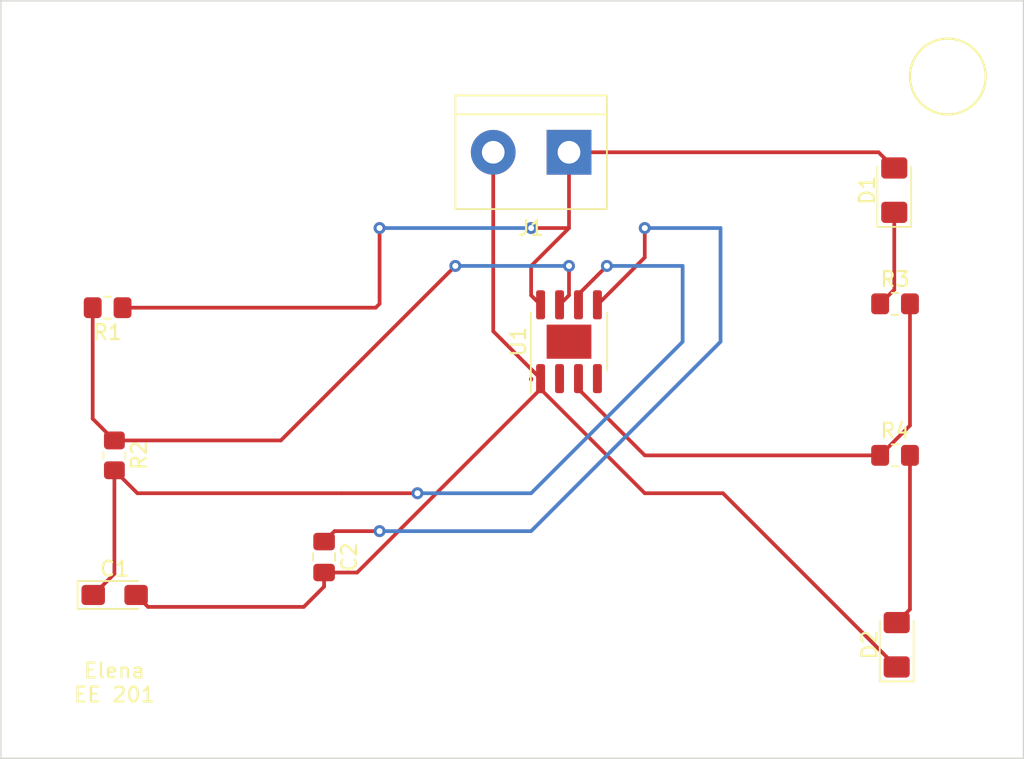
<source format=kicad_pcb>
(kicad_pcb (version 20211014) (generator pcbnew)
  (layers (0 "F.Cu" signal) (31 "B.Cu" signal) (34 "B.Paste" user) (35 "F.Paste" user) (36 "B.SilkS" user "B.Silkscreen") (37 "F.SilkS" user "F.Silkscreen") (38 "B.Mask" user) (39 "F.Mask" user) (44 "Edge.Cuts" user))
  (net 0 "")
  (net 1 "/pin_2")
  (net 2 "GND")
  (net 3 "Net-(C2-Pad1)")
  (net 4 "Net-(D1-Pad1)")
  (net 5 "+9V")
  (net 6 "Net-(D2-Pad2)")
  (net 7 "Net-(R1-Pad2)")
  (net 8 "/pin_3")
  (footprint "Resistor_SMD:R_0805_2012Metric_Pad1.20x1.40mm_HandSolder" (layer "F.Cu") (at 324.12 -132.08)
    (fp_text reference "R3" (at 0 -1.65) (layer "F.SilkS"))
    (fp_text value "1k")
    (fp_line (start -0.227064 0.735) (end 0.227064 0.735) (layer "F.SilkS") (width 0.12))
    (fp_line (start -0.227064 -0.735) (end 0.227064 -0.735) (layer "F.SilkS") (width 0.12))
    (pad "1" smd roundrect (at -1 0) (size 1.2 1.4) (layers "F.Cu" "F.Paste" "F.Mask") (roundrect_rratio 0.208333) (net 4 "Net-(D1-Pad1)"))
    (pad "2" smd roundrect (at 1 0) (size 1.2 1.4) (layers "F.Cu" "F.Paste" "F.Mask") (roundrect_rratio 0.208333) (net 8 "/pin_3"))
  )
  (footprint "Capacitor_Tantalum_SMD:CP_EIA-3216-18_Kemet-A_Pad1.58x1.35mm_HandSolder" (layer "F.Cu") (at 271.7975 -112.56)
    (fp_text reference "C1" (at 0 -1.75) (layer "F.SilkS"))
    (fp_text value "10μF")
    (fp_line (start -2.485 -0.935) (end -2.485 0.935) (layer "F.SilkS") (width 0.12))
    (fp_line (start 1.6 -0.935) (end -2.485 -0.935) (layer "F.SilkS") (width 0.12))
    (fp_line (start -2.485 0.935) (end 1.6 0.935) (layer "F.SilkS") (width 0.12))
    (pad "1" smd roundrect (at -1.4375 0) (size 1.575 1.35) (layers "F.Cu" "F.Paste" "F.Mask") (roundrect_rratio 0.185185) (net 1 "/pin_2"))
    (pad "2" smd roundrect (at 1.4375 0) (size 1.575 1.35) (layers "F.Cu" "F.Paste" "F.Mask") (roundrect_rratio 0.185185) (net 2 "GND"))
  )
  (footprint "TerminalBlock:TerminalBlock_bornier-2_P5.08mm" (layer "F.Cu") (at 302.26 -142.24 180)
    (fp_text reference "J1" (at 2.54 -5.08) (layer "F.SilkS"))
    (fp_text value "Conn_01x02_Male")
    (fp_line (start 7.62 3.81) (end 7.62 -3.81) (layer "F.SilkS") (width 0.12))
    (fp_line (start 7.62 -3.81) (end -2.54 -3.81) (layer "F.SilkS") (width 0.12))
    (fp_line (start 7.62 2.54) (end -2.54 2.54) (layer "F.SilkS") (width 0.12))
    (fp_line (start -2.54 3.81) (end 7.62 3.81) (layer "F.SilkS") (width 0.12))
    (fp_line (start -2.54 -3.81) (end -2.54 3.81) (layer "F.SilkS") (width 0.12))
    (pad "1" thru_hole rect (at 0 0 180) (size 3 3) (drill 1.52) (layers *.Cu *.Mask) (net 5 "+9V"))
    (pad "2" thru_hole circle (at 5.08 0 180) (size 3 3) (drill 1.52) (layers *.Cu *.Mask) (net 2 "GND"))
  )
  (footprint "Resistor_SMD:R_0805_2012Metric_Pad1.20x1.40mm_HandSolder" (layer "F.Cu") (at 271.325872 -131.82 180)
    (fp_text reference "R1" (at 0 -1.65) (layer "F.SilkS"))
    (fp_text value "1k")
    (fp_line (start -0.227064 -0.735) (end 0.227064 -0.735) (layer "F.SilkS") (width 0.12))
    (fp_line (start -0.227064 0.735) (end 0.227064 0.735) (layer "F.SilkS") (width 0.12))
    (pad "1" smd roundrect (at -1 0 180) (size 1.2 1.4) (layers "F.Cu" "F.Paste" "F.Mask") (roundrect_rratio 0.208333) (net 5 "+9V"))
    (pad "2" smd roundrect (at 1 0 180) (size 1.2 1.4) (layers "F.Cu" "F.Paste" "F.Mask") (roundrect_rratio 0.208333) (net 7 "Net-(R1-Pad2)"))
  )
  (footprint "LED_SMD:LED_1206_3216Metric_Pad1.42x1.75mm_HandSolder" (layer "F.Cu") (at 324.0675 -139.7 90)
    (fp_text reference "D1" (at 0 -1.82 90) (layer "F.SilkS"))
    (fp_text value "LED")
    (fp_line (start -2.46 1.135) (end 1.6 1.135) (layer "F.SilkS") (width 0.12))
    (fp_line (start 1.6 -1.135) (end -2.46 -1.135) (layer "F.SilkS") (width 0.12))
    (fp_line (start -2.46 -1.135) (end -2.46 1.135) (layer "F.SilkS") (width 0.12))
    (pad "1" smd roundrect (at -1.4875 0 90) (size 1.425 1.75) (layers "F.Cu" "F.Paste" "F.Mask") (roundrect_rratio 0.175439) (net 4 "Net-(D1-Pad1)"))
    (pad "2" smd roundrect (at 1.4875 0 90) (size 1.425 1.75) (layers "F.Cu" "F.Paste" "F.Mask") (roundrect_rratio 0.175439) (net 5 "+9V"))
  )
  (footprint "Resistor_SMD:R_0805_2012Metric_Pad1.20x1.40mm_HandSolder" (layer "F.Cu") (at 271.78 -121.92 -90)
    (fp_text reference "R2" (at 0 -1.65 90) (layer "F.SilkS"))
    (fp_text value "10k")
    (fp_line (start -0.227064 0.735) (end 0.227064 0.735) (layer "F.SilkS") (width 0.12))
    (fp_line (start -0.227064 -0.735) (end 0.227064 -0.735) (layer "F.SilkS") (width 0.12))
    (pad "1" smd roundrect (at -1 0 270) (size 1.2 1.4) (layers "F.Cu" "F.Paste" "F.Mask") (roundrect_rratio 0.208333) (net 7 "Net-(R1-Pad2)"))
    (pad "2" smd roundrect (at 1 0 270) (size 1.2 1.4) (layers "F.Cu" "F.Paste" "F.Mask") (roundrect_rratio 0.208333) (net 1 "/pin_2"))
  )
  (footprint "Capacitor_SMD:C_0805_2012Metric_Pad1.18x1.45mm_HandSolder" (layer "F.Cu") (at 285.84 -115.101252 -90)
    (fp_text reference "C2" (at 0 -1.68 90) (layer "F.SilkS"))
    (fp_text value "0.01μF")
    (fp_line (start -0.261252 0.735) (end 0.261252 0.735) (layer "F.SilkS") (width 0.12))
    (fp_line (start -0.261252 -0.735) (end 0.261252 -0.735) (layer "F.SilkS") (width 0.12))
    (pad "1" smd roundrect (at -1.0375 0 270) (size 1.175 1.45) (layers "F.Cu" "F.Paste" "F.Mask") (roundrect_rratio 0.212766) (net 3 "Net-(C2-Pad1)"))
    (pad "2" smd roundrect (at 1.0375 0 270) (size 1.175 1.45) (layers "F.Cu" "F.Paste" "F.Mask") (roundrect_rratio 0.212766) (net 2 "GND"))
  )
  (footprint "Resistor_SMD:R_0805_2012Metric_Pad1.20x1.40mm_HandSolder" (layer "F.Cu") (at 324.12 -121.92)
    (fp_text reference "R4" (at 0 -1.65) (layer "F.SilkS"))
    (fp_text value "1k")
    (fp_line (start -0.227064 -0.735) (end 0.227064 -0.735) (layer "F.SilkS") (width 0.12))
    (fp_line (start -0.227064 0.735) (end 0.227064 0.735) (layer "F.SilkS") (width 0.12))
    (pad "1" smd roundrect (at -1 0) (size 1.2 1.4) (layers "F.Cu" "F.Paste" "F.Mask") (roundrect_rratio 0.208333) (net 8 "/pin_3"))
    (pad "2" smd roundrect (at 1 0) (size 1.2 1.4) (layers "F.Cu" "F.Paste" "F.Mask") (roundrect_rratio 0.208333) (net 6 "Net-(D2-Pad2)"))
  )
  (footprint "Package_SO:SOIC-8-1EP_3.9x4.9mm_P1.27mm_EP2.29x3mm" (layer "F.Cu") (at 302.26 -129.54 90)
    (fp_text reference "U1" (at 0 -3.4 90) (layer "F.SilkS"))
    (fp_text value "NE555D")
    (fp_line (start 0 2.56) (end -1.95 2.56) (layer "F.SilkS") (width 0.12))
    (fp_line (start 0 2.56) (end 1.95 2.56) (layer "F.SilkS") (width 0.12))
    (fp_line (start 0 -2.56) (end -3.45 -2.56) (layer "F.SilkS") (width 0.12))
    (fp_line (start 0 -2.56) (end 1.95 -2.56) (layer "F.SilkS") (width 0.12))
    (pad "1" smd roundrect (at -2.475 -1.905 90) (size 1.95 0.6) (layers "F.Cu" "F.Paste" "F.Mask") (net 2 "GND"))
    (pad "2" smd roundrect (at -2.475 -0.635 90) (size 1.95 0.6) (layers "F.Cu" "F.Paste" "F.Mask") (net 1 "/pin_2"))
    (pad "3" smd roundrect (at -2.475 0.635 90) (size 1.95 0.6) (layers "F.Cu" "F.Paste" "F.Mask") (net 8 "/pin_3"))
    (pad "4" smd roundrect (at -2.475 1.905 90) (size 1.95 0.6) (layers "F.Cu" "F.Paste" "F.Mask") (net 5 "+9V"))
    (pad "5" smd roundrect (at 2.475 1.905 90) (size 1.95 0.6) (layers "F.Cu" "F.Paste" "F.Mask") (net 3 "Net-(C2-Pad1)"))
    (pad "6" smd roundrect (at 2.475 0.635 90) (size 1.95 0.6) (layers "F.Cu" "F.Paste" "F.Mask") (net 1 "/pin_2"))
    (pad "7" smd roundrect (at 2.475 -0.635 90) (size 1.95 0.6) (layers "F.Cu" "F.Paste" "F.Mask") (net 7 "Net-(R1-Pad2)"))
    (pad "8" smd roundrect (at 2.475 -1.905 90) (size 1.95 0.6) (layers "F.Cu" "F.Paste" "F.Mask") (net 5 "+9V"))
    (pad "9" smd rect (at 0 0 90) (size 2.29 3) (layers "F.Cu" "F.Mask"))
  )
  (footprint "LED_SMD:LED_1206_3216Metric_Pad1.42x1.75mm_HandSolder" (layer "F.Cu") (at 324.23 -109.22 90)
    (fp_text reference "D2" (at 0 -1.82 90) (layer "F.SilkS"))
    (fp_text value "LED")
    (fp_line (start -2.46 1.135) (end 1.6 1.135) (layer "F.SilkS") (width 0.12))
    (fp_line (start -2.46 -1.135) (end -2.46 1.135) (layer "F.SilkS") (width 0.12))
    (fp_line (start 1.6 -1.135) (end -2.46 -1.135) (layer "F.SilkS") (width 0.12))
    (pad "1" smd roundrect (at -1.4875 0 90) (size 1.425 1.75) (layers "F.Cu" "F.Paste" "F.Mask") (roundrect_rratio 0.175439) (net 2 "GND"))
    (pad "2" smd roundrect (at 1.4875 0 90) (size 1.425 1.75) (layers "F.Cu" "F.Paste" "F.Mask") (roundrect_rratio 0.175439) (net 6 "Net-(D2-Pad2)"))
  )
  (gr_circle (center 327.66 -147.32) (end 330.2 -147.32) (layer "F.SilkS") (width 0.15) (fill none))
  (gr_rect (start 264.16 -152.4) (end 332.74 -101.6) (layer "Edge.Cuts") (width 0.1) (fill none))
  (gr_text "Elena\nEE 201" (at 271.78 -106.68) (layer "F.SilkS") (effects (font (size 1 1))))
  (segment (start 271.78 -113.98) (end 270.36 -112.56) (width 0.25) (layer "F.Cu") (net 1))
  (segment (start 304.8 -134.62) (end 302.895 -132.715) (width 0.25) (layer "F.Cu") (net 1))
  (segment (start 299.718604 -127.065) (end 299.73 -127.053604) (width 0.25) (layer "F.Cu") (net 1))
  (segment (start 299.73 -127.01) (end 299.73 -127.053604) (width 0.25) (layer "F.Cu") (net 1))
  (segment (start 273.32 -119.38) (end 287.02 -119.38) (width 0.25) (layer "F.Cu") (net 1))
  (segment (start 271.78 -120.92) (end 271.78 -113.98) (width 0.25) (layer "F.Cu") (net 1))
  (segment (start 299.718604 -127.001396) (end 299.72 -127) (width 0.25) (layer "F.Cu") (net 1))
  (segment (start 302.895 -132.715) (end 302.895 -132.015) (width 0.25) (layer "F.Cu") (net 1))
  (segment (start 299.718604 -127.065) (end 299.718604 -127.001396) (width 0.25) (layer "F.Cu") (net 1))
  (segment (start 287.02 -119.38) (end 292.1 -119.38) (width 0.25) (layer "F.Cu") (net 1))
  (segment (start 271.78 -120.92) (end 273.32 -119.38) (width 0.25) (layer "F.Cu") (net 1))
  (segment (start 299.72 -127) (end 299.73 -127.01) (width 0.25) (layer "F.Cu") (net 1))
  (via (at 304.8 -134.62) (size 0.8) (drill 0.4) (layers "F.Cu" "B.Cu") (net 1))
  (via (at 292.1 -119.38) (size 0.8) (drill 0.4) (layers "F.Cu" "B.Cu") (net 1))
  (segment (start 299.72 -119.38) (end 309.88 -129.54) (width 0.25) (layer "B.Cu") (net 1))
  (segment (start 309.88 -134.62) (end 304.8 -134.62) (width 0.25) (layer "B.Cu") (net 1))
  (segment (start 292.1 -119.38) (end 299.72 -119.38) (width 0.25) (layer "B.Cu") (net 1))
  (segment (start 309.88 -129.54) (end 309.88 -134.62) (width 0.25) (layer "B.Cu") (net 1))
  (segment (start 307.34 -119.38) (end 300.355 -126.365) (width 0.25) (layer "F.Cu") (net 2))
  (segment (start 312.5825 -119.38) (end 307.34 -119.38) (width 0.25) (layer "F.Cu") (net 2))
  (segment (start 297.18 -130.24) (end 300.355 -127.065) (width 0.25) (layer "F.Cu") (net 2))
  (segment (start 285.84 -114.063752) (end 288.053752 -114.063752) (width 0.25) (layer "F.Cu") (net 2))
  (segment (start 273.235 -112.56) (end 274.035 -111.76) (width 0.25) (layer "F.Cu") (net 2))
  (segment (start 324.23 -107.7325) (end 312.5825 -119.38) (width 0.25) (layer "F.Cu") (net 2))
  (segment (start 288.053752 -114.063752) (end 300.355 -126.365) (width 0.25) (layer "F.Cu") (net 2))
  (segment (start 285.84 -113.12) (end 285.84 -114.063752) (width 0.25) (layer "F.Cu") (net 2))
  (segment (start 300.355 -126.365) (end 300.355 -127.065) (width 0.25) (layer "F.Cu") (net 2))
  (segment (start 274.035 -111.76) (end 284.48 -111.76) (width 0.25) (layer "F.Cu") (net 2))
  (segment (start 297.18 -142.24) (end 297.18 -130.24) (width 0.25) (layer "F.Cu") (net 2))
  (segment (start 284.48 -111.76) (end 285.84 -113.12) (width 0.25) (layer "F.Cu") (net 2))
  (segment (start 307.34 -135.19) (end 304.165 -132.015) (width 0.25) (layer "F.Cu") (net 3))
  (segment (start 285.84 -116.138752) (end 286.541248 -116.84) (width 0.25) (layer "F.Cu") (net 3))
  (segment (start 307.34 -137.16) (end 307.34 -135.19) (width 0.25) (layer "F.Cu") (net 3))
  (segment (start 286.541248 -116.84) (end 289.56 -116.84) (width 0.25) (layer "F.Cu") (net 3))
  (via (at 307.34 -137.16) (size 0.8) (drill 0.4) (layers "F.Cu" "B.Cu") (net 3))
  (via (at 289.56 -116.84) (size 0.8) (drill 0.4) (layers "F.Cu" "B.Cu") (net 3))
  (segment (start 312.42 -137.16) (end 307.34 -137.16) (width 0.25) (layer "B.Cu") (net 3))
  (segment (start 289.56 -116.84) (end 299.72 -116.84) (width 0.25) (layer "B.Cu") (net 3))
  (segment (start 299.72 -116.84) (end 312.42 -129.54) (width 0.25) (layer "B.Cu") (net 3))
  (segment (start 312.42 -129.54) (end 312.42 -137.16) (width 0.25) (layer "B.Cu") (net 3))
  (segment (start 324.0675 -138.2125) (end 324.0675 -133.0275) (width 0.25) (layer "F.Cu") (net 4))
  (segment (start 324.0675 -133.0275) (end 323.12 -132.08) (width 0.25) (layer "F.Cu") (net 4))
  (segment (start 299.72 -134.62) (end 299.72 -132.65) (width 0.25) (layer "F.Cu") (net 5))
  (segment (start 302.26 -137.16) (end 299.72 -134.62) (width 0.25) (layer "F.Cu") (net 5))
  (segment (start 300.005 -132.365) (end 300.355 -132.015) (width 0.25) (layer "F.Cu") (net 5))
  (segment (start 289.56 -132.08) (end 289.56 -137.16) (width 0.25) (layer "F.Cu") (net 5))
  (segment (start 299.72 -132.65) (end 300.005 -132.365) (width 0.25) (layer "F.Cu") (net 5))
  (segment (start 302.26 -142.24) (end 323.015 -142.24) (width 0.25) (layer "F.Cu") (net 5))
  (segment (start 302.26 -142.24) (end 302.26 -137.16) (width 0.25) (layer "F.Cu") (net 5))
  (segment (start 289.3 -131.82) (end 289.56 -132.08) (width 0.25) (layer "F.Cu") (net 5))
  (segment (start 299.72 -137.16) (end 302.26 -137.16) (width 0.25) (layer "F.Cu") (net 5))
  (segment (start 323.015 -142.24) (end 324.0675 -141.1875) (width 0.25) (layer "F.Cu") (net 5))
  (segment (start 289.3 -131.82) (end 272.325872 -131.82) (width 0.25) (layer "F.Cu") (net 5))
  (via (at 299.72 -137.16) (size 0.8) (drill 0.4) (layers "F.Cu" "B.Cu") (net 5))
  (via (at 289.56 -137.16) (size 0.8) (drill 0.4) (layers "F.Cu" "B.Cu") (net 5))
  (segment (start 299.72 -137.16) (end 289.56 -137.16) (width 0.25) (layer "B.Cu") (net 5))
  (segment (start 325.12 -111.5975) (end 324.23 -110.7075) (width 0.25) (layer "F.Cu") (net 6))
  (segment (start 325.12 -121.92) (end 325.12 -111.5975) (width 0.25) (layer "F.Cu") (net 6))
  (segment (start 302.26 -134.62) (end 302.26 -132.65) (width 0.25) (layer "F.Cu") (net 7))
  (segment (start 270.325872 -124.374128) (end 271.78 -122.92) (width 0.25) (layer "F.Cu") (net 7))
  (segment (start 271.78 -122.92) (end 282.94 -122.92) (width 0.25) (layer "F.Cu") (net 7))
  (segment (start 282.94 -122.92) (end 294.64 -134.62) (width 0.25) (layer "F.Cu") (net 7))
  (segment (start 302.26 -132.65) (end 301.625 -132.015) (width 0.25) (layer "F.Cu") (net 7))
  (segment (start 270.325872 -131.82) (end 270.325872 -124.374128) (width 0.25) (layer "F.Cu") (net 7))
  (via (at 302.26 -134.62) (size 0.8) (drill 0.4) (layers "F.Cu" "B.Cu") (net 7))
  (via (at 294.64 -134.62) (size 0.8) (drill 0.4) (layers "F.Cu" "B.Cu") (net 7))
  (segment (start 294.64 -134.62) (end 302.26 -134.62) (width 0.25) (layer "B.Cu") (net 7))
  (segment (start 302.895 -127.065) (end 302.895 -126.365) (width 0.25) (layer "F.Cu") (net 8))
  (segment (start 302.895 -126.365) (end 307.34 -121.92) (width 0.25) (layer "F.Cu") (net 8))
  (segment (start 307.34 -121.92) (end 323.12 -121.92) (width 0.25) (layer "F.Cu") (net 8))
  (segment (start 325.12 -123.92) (end 323.12 -121.92) (width 0.25) (layer "F.Cu") (net 8))
  (segment (start 325.12 -132.08) (end 325.12 -123.92) (width 0.25) (layer "F.Cu") (net 8))
)
</source>
